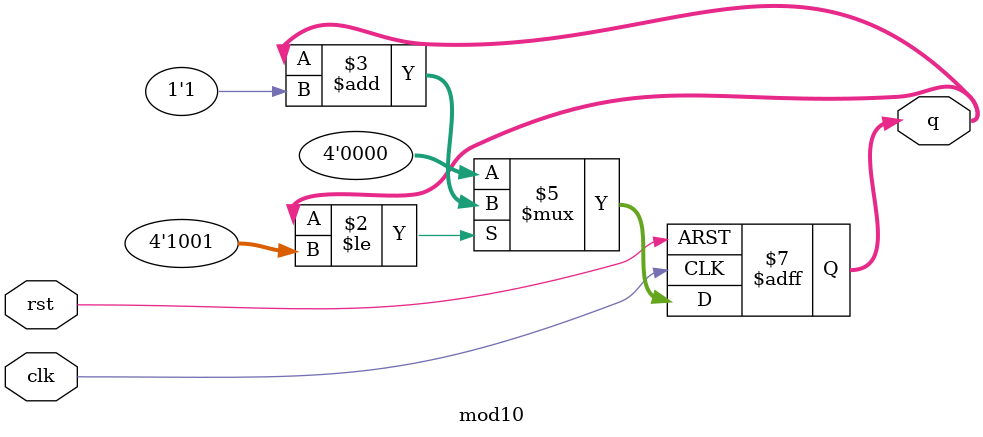
<source format=v>
module mod10(clk,rst,q);
input clk,rst;
output reg [3:0] q;
always@(posedge clk or posedge rst)
begin 
if(rst)
q<=4'b0000;
else if (q<=4'b1001)
q<=q+1'b1;
else
q<=4'b0000;
end 
endmodule

</source>
